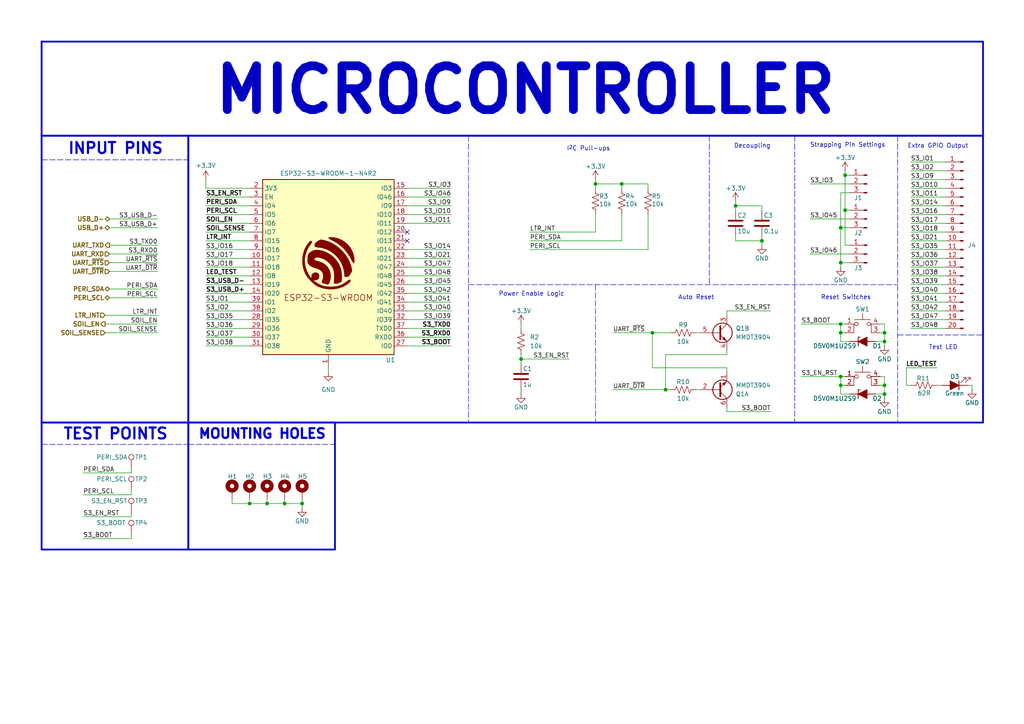
<source format=kicad_sch>
(kicad_sch (version 20231120) (generator "eeschema") (generator_version "8.0")
  (paper "A4")
  (lib_symbols
    (symbol "AA_MCUs:ESP32-S3-WROOM-1-N16R2"
      (property "Reference" "U" (at 18.034 -26.924 0))
      (property "Value" "ESP32-S3-WROOM-1-N16R2" (at 0.508 26.67 0))
      (symbol "ESP32-S3-WROOM-1-N16R2_0_0"
        (pin bidirectional line (at 22.86 15.24 180) (length 3.81) (name "IO10") (number "18"))
        (pin bidirectional line (at 22.86 12.7 180) (length 3.81) (name "IO11") (number "19"))
        (pin bidirectional line (at 22.86 10.16 180) (length 3.81) (name "IO12") (number "20"))
        (pin bidirectional line (at 22.86 7.62 180) (length 3.81) (name "IO13") (number "21"))
        (pin bidirectional line (at 22.86 5.08 180) (length 3.81) (name "IO14") (number "22"))
        (pin bidirectional line (at 22.86 2.54 180) (length 3.81) (name "IO21") (number "23"))
        (pin bidirectional line (at 22.86 0 180) (length 3.81) (name "IO47") (number "24"))
        (pin bidirectional line (at 22.86 -2.54 180) (length 3.81) (name "IO48") (number "25"))
        (pin bidirectional line (at 22.86 -5.08 180) (length 3.81) (name "IO45") (number "26"))
        (pin bidirectional line (at 22.86 -22.86 180) (length 3.81) (name "IO0") (number "27"))
        (pin bidirectional line (at -22.86 -15.24 0) (length 3.81) (name "IO35") (number "28"))
        (pin bidirectional line (at -22.86 -17.78 0) (length 3.81) (name "IO36") (number "29"))
        (pin bidirectional line (at -22.86 -20.32 0) (length 3.81) (name "IO37") (number "30"))
        (pin bidirectional line (at -22.86 -22.86 0) (length 3.81) (name "IO38") (number "31"))
        (pin bidirectional line (at 22.86 -15.24 180) (length 3.81) (name "IO39") (number "32"))
        (pin bidirectional line (at 22.86 -12.7 180) (length 3.81) (name "IO40") (number "33"))
        (pin bidirectional line (at 22.86 -10.16 180) (length 3.81) (name "IO41") (number "34"))
        (pin bidirectional line (at 22.86 -7.62 180) (length 3.81) (name "IO42") (number "35"))
      )
      (symbol "ESP32-S3-WROOM-1-N16R2_1_0"
        (pin power_in line (at 0 -29.21 90) (length 3.81) (name "GND") (number "1"))
        (pin bidirectional line (at -22.86 2.54 0) (length 3.81) (name "IO17") (number "10"))
        (pin bidirectional line (at -22.86 0 0) (length 3.81) (name "IO18") (number "11"))
        (pin bidirectional line (at -22.86 -2.54 0) (length 3.81) (name "IO8") (number "12"))
        (pin bidirectional line (at -22.86 -5.08 0) (length 3.81) (name "IO19") (number "13"))
        (pin bidirectional line (at -22.86 -7.62 0) (length 3.81) (name "IO20") (number "14"))
        (pin bidirectional line (at 22.86 22.86 180) (length 3.81) (name "IO3") (number "15"))
        (pin bidirectional line (at 22.86 20.32 180) (length 3.81) (name "IO46") (number "16"))
        (pin bidirectional line (at 22.86 17.78 180) (length 3.81) (name "IO9") (number "17"))
        (pin power_in line (at -22.86 22.86 0) (length 3.81) (name "3V3") (number "2"))
        (pin input line (at -22.86 20.32 0) (length 3.81) (name "EN") (number "3"))
        (pin bidirectional line (at 22.86 -20.32 180) (length 3.81) (name "RXD0") (number "36"))
        (pin bidirectional line (at 22.86 -17.78 180) (length 3.81) (name "TXD0") (number "37"))
        (pin bidirectional line (at -22.86 -12.7 0) (length 3.81) (name "IO2") (number "38"))
        (pin bidirectional line (at -22.86 -10.16 0) (length 3.81) (name "IO1") (number "39"))
        (pin bidirectional line (at -22.86 17.78 0) (length 3.81) (name "IO4") (number "4"))
        (pin power_in line (at 0 -29.21 90) (length 3.81) hide (name "GND") (number "40"))
        (pin power_in line (at 0 -29.21 90) (length 3.81) hide (name "EPAD") (number "41"))
        (pin power_in line (at 0 -29.21 90) (length 3.81) hide (name "GND") (number "42"))
        (pin power_in line (at 0 -29.21 90) (length 3.81) hide (name "GND") (number "43"))
        (pin power_in line (at 0 -29.21 90) (length 3.81) hide (name "GND") (number "44"))
        (pin power_in line (at 0 -29.21 90) (length 3.81) hide (name "GND") (number "45"))
        (pin power_in line (at 0 -29.21 90) (length 3.81) hide (name "GND") (number "46"))
        (pin power_in line (at 0 -29.21 90) (length 3.81) hide (name "GND") (number "47"))
        (pin power_in line (at 0 -29.21 90) (length 3.81) hide (name "GND") (number "48"))
        (pin power_in line (at 0 -29.21 90) (length 3.81) hide (name "GND") (number "49"))
        (pin bidirectional line (at -22.86 15.24 0) (length 3.81) (name "IO5") (number "5"))
        (pin bidirectional line (at -22.86 12.7 0) (length 3.81) (name "IO6") (number "6"))
        (pin bidirectional line (at -22.86 10.16 0) (length 3.81) (name "IO7") (number "7"))
        (pin bidirectional line (at -22.86 7.62 0) (length 3.81) (name "IO15") (number "8"))
        (pin bidirectional line (at -22.86 5.08 0) (length 3.81) (name "IO16") (number "9"))
      )
      (symbol "ESP32-S3-WROOM-1-N16R2_1_1"
        (text "ESP32-S3-WROOM" (at 0 -8.89 0) (effects (font (size 1.778 1.778))))
      )
    )
    (symbol "Connector:Conn_01x03_Pin" (pin_names (offset 1.016) hide)
      (property "Reference" "J" (at 0 5.08 0))
      (property "Value" "Conn_01x03_Pin" (at 0 -5.08 0))
      (symbol "Conn_01x03_Pin_1_1"
        (pin passive line (at 5.08 2.54 180) (length 3.81) (name "Pin_1") (number "1"))
        (pin passive line (at 5.08 0 180) (length 3.81) (name "Pin_2") (number "2"))
        (pin passive line (at 5.08 -2.54 180) (length 3.81) (name "Pin_3") (number "3"))
      )
    )
    (symbol "Connector:Conn_01x20_Pin" (pin_names (offset 1.016) hide)
      (property "Reference" "J" (at 0 25.4 0))
      (property "Value" "Conn_01x20_Pin" (at 0 -27.94 0))
      (symbol "Conn_01x20_Pin_1_1"
        (pin passive line (at 5.08 22.86 180) (length 3.81) (name "Pin_1") (number "1"))
        (pin passive line (at 5.08 0 180) (length 3.81) (name "Pin_10") (number "10"))
        (pin passive line (at 5.08 -2.54 180) (length 3.81) (name "Pin_11") (number "11"))
        (pin passive line (at 5.08 -5.08 180) (length 3.81) (name "Pin_12") (number "12"))
        (pin passive line (at 5.08 -7.62 180) (length 3.81) (name "Pin_13") (number "13"))
        (pin passive line (at 5.08 -10.16 180) (length 3.81) (name "Pin_14") (number "14"))
        (pin passive line (at 5.08 -12.7 180) (length 3.81) (name "Pin_15") (number "15"))
        (pin passive line (at 5.08 -15.24 180) (length 3.81) (name "Pin_16") (number "16"))
        (pin passive line (at 5.08 -17.78 180) (length 3.81) (name "Pin_17") (number "17"))
        (pin passive line (at 5.08 -20.32 180) (length 3.81) (name "Pin_18") (number "18"))
        (pin passive line (at 5.08 -22.86 180) (length 3.81) (name "Pin_19") (number "19"))
        (pin passive line (at 5.08 20.32 180) (length 3.81) (name "Pin_2") (number "2"))
        (pin passive line (at 5.08 -25.4 180) (length 3.81) (name "Pin_20") (number "20"))
        (pin passive line (at 5.08 17.78 180) (length 3.81) (name "Pin_3") (number "3"))
        (pin passive line (at 5.08 15.24 180) (length 3.81) (name "Pin_4") (number "4"))
        (pin passive line (at 5.08 12.7 180) (length 3.81) (name "Pin_5") (number "5"))
        (pin passive line (at 5.08 10.16 180) (length 3.81) (name "Pin_6") (number "6"))
        (pin passive line (at 5.08 7.62 180) (length 3.81) (name "Pin_7") (number "7"))
        (pin passive line (at 5.08 5.08 180) (length 3.81) (name "Pin_8") (number "8"))
        (pin passive line (at 5.08 2.54 180) (length 3.81) (name "Pin_9") (number "9"))
      )
    )
    (symbol "Connector:TestPoint" (pin_numbers hide) (pin_names (offset 0.762) hide)
      (property "Reference" "TP" (at 0 6.858 0))
      (property "Value" "TestPoint" (at 0 5.08 0))
      (symbol "TestPoint_1_1"
        (pin passive line (at 0 0 90) (length 2.54) (name "1") (number "1"))
      )
    )
    (symbol "D_Zener_Filled_1" (pin_numbers hide) (pin_names (offset 1.016) hide)
      (property "Reference" "D1" (at 5.588 -1.27 0))
      (property "Value" "D5V0M1U2S9" (at -1.778 -1.27 0))
      (symbol "D_Zener_Filled_1_1_1"
        (pin bidirectional line (at -3.81 0 0) (length 2.54) (name "K") (number "1"))
        (pin bidirectional line (at 3.81 0 180) (length 2.54) (name "A") (number "2"))
      )
    )
    (symbol "Device:C" (pin_numbers hide) (pin_names (offset 0.254))
      (property "Reference" "C" (at 0.635 2.54 0))
      (property "Value" "C" (at 0.635 -2.54 0))
      (symbol "C_1_1"
        (pin passive line (at 0 3.81 270) (length 2.794) (name "~") (number "1"))
        (pin passive line (at 0 -3.81 90) (length 2.794) (name "~") (number "2"))
      )
    )
    (symbol "Device:LED_Filled" (pin_numbers hide) (pin_names (offset 1.016) hide)
      (property "Reference" "D" (at 0 2.54 0))
      (property "Value" "LED_Filled" (at 0 -2.54 0))
      (symbol "LED_Filled_1_1"
        (pin passive line (at -3.81 0 0) (length 2.54) (name "K") (number "1"))
        (pin passive line (at 3.81 0 180) (length 2.54) (name "A") (number "2"))
      )
    )
    (symbol "Device:R_US" (pin_numbers hide) (pin_names (offset 0))
      (property "Reference" "R" (at 2.54 0 90))
      (property "Value" "R_US" (at -2.54 0 90))
      (symbol "R_US_1_1"
        (pin passive line (at 0 3.81 270) (length 1.27) (name "~") (number "1"))
        (pin passive line (at 0 -3.81 90) (length 1.27) (name "~") (number "2"))
      )
    )
    (symbol "Mechanical:MountingHole_Pad" (pin_numbers hide) (pin_names (offset 1.016) hide) (exclude_from_sim yes) (in_bom no)
      (property "Reference" "H" (at 0 6.35 0))
      (property "Value" "MountingHole_Pad" (at 0 4.445 0))
      (symbol "MountingHole_Pad_1_1"
        (pin input line (at 0 -2.54 90) (length 2.54) (name "1") (number "1"))
      )
    )
    (symbol "Switch:SW_MEC_5E" (pin_names (offset 1.016) hide)
      (property "Reference" "SW" (at 0.635 5.715 0))
      (property "Value" "SW_MEC_5E" (at 0 -3.175 0))
      (symbol "SW_MEC_5E_0_1"
        (pin passive line (at -5.08 2.54 0) (length 2.54) (name "1") (number "1"))
        (pin passive line (at -5.08 0 0) (length 2.54) (name "2") (number "2"))
        (pin passive line (at 5.08 0 180) (length 2.54) (name "K") (number "3"))
        (pin passive line (at 5.08 2.54 180) (length 2.54) (name "A") (number "4"))
      )
    )
    (symbol "Transistor_BJT:MMDT3904" (pin_names (offset 0) hide)
      (property "Reference" "Q" (at 5.08 1.27 0))
      (property "Value" "MMDT3904" (at 5.08 -1.27 0))
      (symbol "MMDT3904_1_1"
        (pin passive line (at 2.54 -5.08 90) (length 2.54) (name "E1") (number "1"))
        (pin input line (at -5.08 0 0) (length 2.54) (name "B1") (number "2"))
        (pin passive line (at 2.54 5.08 270) (length 2.54) (name "C1") (number "6"))
      )
      (symbol "MMDT3904_2_1"
        (pin passive line (at 2.54 5.08 270) (length 2.54) (name "C2") (number "3"))
        (pin passive line (at 2.54 -5.08 90) (length 2.54) (name "E2") (number "4"))
        (pin input line (at -5.08 0 0) (length 2.54) (name "B2") (number "5"))
      )
    )
    (symbol "power:+3.3V" (power) (pin_numbers hide) (pin_names (offset 0) hide)
      (property "Value" "+3.3V" (at 0 3.556 0))
      (symbol "+3.3V_1_1"
        (pin power_in line (at 0 0 90) (length 0) (name "~") (number "1"))
      )
    )
    (symbol "power:GND" (power) (pin_numbers hide) (pin_names (offset 0) hide)
      (property "Value" "GND" (at 0 -3.81 0))
      (symbol "GND_1_1"
        (pin power_in line (at 0 0 270) (length 0) (name "~") (number "1"))
      )
    )
  )
  (junction (at 82.55 146.05))
  (junction (at 77.47 146.05))
  (junction (at 245.11 60.96))
  (junction (at 243.84 96.52))
  (junction (at 189.23 96.52))
  (junction (at 87.63 146.05))
  (junction (at 256.54 111.76))
  (junction (at 243.84 66.04))
  (junction (at 72.39 146.05))
  (junction (at 172.72 53.34))
  (junction (at 243.84 93.98))
  (junction (at 243.84 109.22))
  (junction (at 180.34 53.34))
  (junction (at 213.36 59.69))
  (junction (at 220.98 69.85))
  (junction (at 151.13 104.14))
  (junction (at 256.54 99.06))
  (junction (at 256.54 96.52))
  (junction (at 256.54 114.3))
  (junction (at 245.11 50.8))
  (junction (at 243.84 111.76))
  (junction (at 193.04 113.03))
  (junction (at 243.84 76.2))
  (no_connect (at 118.11 67.31))
  (no_connect (at 118.11 69.85))
  (wire (pts (xy 245.11 49.53) (xy 245.11 50.8)))
  (wire (pts (xy 24.13 143.51) (xy 38.1 143.51)))
  (wire (pts (xy 213.36 59.69) (xy 220.98 59.69)))
  (wire (pts (xy 118.11 72.39) (xy 130.81 72.39)))
  (wire (pts (xy 243.84 76.2) (xy 243.84 77.47)))
  (wire (pts (xy 24.13 137.16) (xy 38.1 137.16)))
  (wire (pts (xy 31.75 66.04) (xy 45.72 66.04)))
  (wire (pts (xy 59.69 67.31) (xy 72.39 67.31)))
  (wire (pts (xy 264.16 82.55) (xy 274.32 82.55)))
  (wire (pts (xy 77.47 146.05) (xy 77.47 144.78)))
  (wire (pts (xy 72.39 146.05) (xy 72.39 144.78)))
  (wire (pts (xy 118.11 64.77) (xy 130.81 64.77)))
  (polyline (pts (xy 230.505 82.55) (xy 230.505 122.555)) (stroke (width 0) (type dash)))
  (wire (pts (xy 210.82 106.68) (xy 210.82 107.95)))
  (wire (pts (xy 177.8 96.52) (xy 189.23 96.52)))
  (wire (pts (xy 95.25 106.68) (xy 95.25 107.95)))
  (wire (pts (xy 264.16 59.69) (xy 274.32 59.69)))
  (wire (pts (xy 264.16 46.99) (xy 274.32 46.99)))
  (wire (pts (xy 256.54 111.76) (xy 256.54 114.3)))
  (wire (pts (xy 254 99.06) (xy 256.54 99.06)))
  (wire (pts (xy 118.11 54.61) (xy 130.81 54.61)))
  (wire (pts (xy 118.11 59.69) (xy 130.81 59.69)))
  (wire (pts (xy 264.16 57.15) (xy 274.32 57.15)))
  (polyline (pts (xy 205.74 39.37) (xy 205.74 82.55)) (stroke (width 0) (type dash)))
  (polyline (pts (xy 12.065 46.355) (xy 54.61 46.355)) (stroke (width 0) (type dash)))
  (wire (pts (xy 243.84 55.88) (xy 246.38 55.88)))
  (wire (pts (xy 118.11 92.71) (xy 130.81 92.71)))
  (wire (pts (xy 45.72 93.98) (xy 30.48 93.98)))
  (wire (pts (xy 172.72 53.34) (xy 180.34 53.34)))
  (wire (pts (xy 243.84 76.2) (xy 243.84 66.04)))
  (wire (pts (xy 193.04 102.87) (xy 193.04 113.03)))
  (wire (pts (xy 246.38 53.34) (xy 234.95 53.34)))
  (wire (pts (xy 262.89 111.76) (xy 264.16 111.76)))
  (wire (pts (xy 246.38 114.3) (xy 243.84 114.3)))
  (wire (pts (xy 256.54 114.3) (xy 254 114.3)))
  (wire (pts (xy 264.16 72.39) (xy 274.32 72.39)))
  (wire (pts (xy 243.84 66.04) (xy 246.38 66.04)))
  (wire (pts (xy 38.1 156.21) (xy 38.1 154.94)))
  (wire (pts (xy 82.55 144.78) (xy 82.55 146.05)))
  (wire (pts (xy 264.16 92.71) (xy 274.32 92.71)))
  (wire (pts (xy 118.11 100.33) (xy 130.81 100.33)))
  (wire (pts (xy 151.13 93.98) (xy 151.13 95.25)))
  (wire (pts (xy 118.11 57.15) (xy 130.81 57.15)))
  (wire (pts (xy 59.69 85.09) (xy 72.39 85.09)))
  (wire (pts (xy 59.69 95.25) (xy 72.39 95.25)))
  (wire (pts (xy 210.82 91.44) (xy 210.82 90.17)))
  (wire (pts (xy 118.11 82.55) (xy 130.81 82.55)))
  (wire (pts (xy 67.31 146.05) (xy 72.39 146.05)))
  (wire (pts (xy 245.11 60.96) (xy 245.11 71.12)))
  (wire (pts (xy 271.78 106.68) (xy 262.89 106.68)))
  (wire (pts (xy 87.63 146.05) (xy 87.63 147.32)))
  (wire (pts (xy 59.69 87.63) (xy 72.39 87.63)))
  (wire (pts (xy 245.11 71.12) (xy 246.38 71.12)))
  (wire (pts (xy 243.84 96.52) (xy 245.11 96.52)))
  (wire (pts (xy 59.69 69.85) (xy 72.39 69.85)))
  (wire (pts (xy 180.34 53.34) (xy 180.34 54.61)))
  (wire (pts (xy 153.67 69.85) (xy 180.34 69.85)))
  (wire (pts (xy 118.11 90.17) (xy 130.81 90.17)))
  (wire (pts (xy 213.36 69.85) (xy 213.36 68.58)))
  (wire (pts (xy 245.11 50.8) (xy 245.11 60.96)))
  (wire (pts (xy 210.82 101.6) (xy 210.82 102.87)))
  (wire (pts (xy 172.72 67.31) (xy 172.72 62.23)))
  (polyline (pts (xy 260.35 97.155) (xy 285.115 97.155)) (stroke (width 0) (type dash)))
  (wire (pts (xy 172.72 52.07) (xy 172.72 53.34)))
  (wire (pts (xy 24.13 149.86) (xy 38.1 149.86)))
  (wire (pts (xy 255.27 96.52) (xy 256.54 96.52)))
  (wire (pts (xy 243.84 111.76) (xy 243.84 109.22)))
  (wire (pts (xy 255.27 111.76) (xy 256.54 111.76)))
  (wire (pts (xy 59.69 82.55) (xy 72.39 82.55)))
  (wire (pts (xy 59.69 92.71) (xy 72.39 92.71)))
  (wire (pts (xy 256.54 100.33) (xy 256.54 99.06)))
  (wire (pts (xy 264.16 69.85) (xy 274.32 69.85)))
  (wire (pts (xy 262.89 106.68) (xy 262.89 111.76)))
  (wire (pts (xy 87.63 144.78) (xy 87.63 146.05)))
  (wire (pts (xy 59.69 59.69) (xy 72.39 59.69)))
  (wire (pts (xy 264.16 62.23) (xy 274.32 62.23)))
  (polyline (pts (xy 172.72 82.55) (xy 172.72 122.555)) (stroke (width 0) (type dash)))
  (wire (pts (xy 59.69 77.47) (xy 72.39 77.47)))
  (wire (pts (xy 38.1 149.86) (xy 38.1 148.59)))
  (wire (pts (xy 264.16 54.61) (xy 274.32 54.61)))
  (wire (pts (xy 245.11 111.76) (xy 243.84 111.76)))
  (wire (pts (xy 264.16 85.09) (xy 274.32 85.09)))
  (wire (pts (xy 256.54 109.22) (xy 255.27 109.22)))
  (wire (pts (xy 177.8 113.03) (xy 193.04 113.03)))
  (wire (pts (xy 210.82 102.87) (xy 193.04 102.87)))
  (wire (pts (xy 256.54 109.22) (xy 256.54 111.76)))
  (wire (pts (xy 45.72 86.36) (xy 31.75 86.36)))
  (wire (pts (xy 59.69 54.61) (xy 72.39 54.61)))
  (wire (pts (xy 59.69 57.15) (xy 72.39 57.15)))
  (wire (pts (xy 264.16 87.63) (xy 274.32 87.63)))
  (wire (pts (xy 59.69 72.39) (xy 72.39 72.39)))
  (wire (pts (xy 256.54 96.52) (xy 256.54 93.98)))
  (wire (pts (xy 45.72 91.44) (xy 30.48 91.44)))
  (wire (pts (xy 118.11 74.93) (xy 130.81 74.93)))
  (wire (pts (xy 281.94 113.03) (xy 281.94 111.76)))
  (wire (pts (xy 264.16 80.01) (xy 274.32 80.01)))
  (wire (pts (xy 213.36 59.69) (xy 213.36 60.96)))
  (wire (pts (xy 210.82 90.17) (xy 223.52 90.17)))
  (wire (pts (xy 264.16 49.53) (xy 274.32 49.53)))
  (wire (pts (xy 201.93 113.03) (xy 203.2 113.03)))
  (wire (pts (xy 151.13 104.14) (xy 151.13 105.41)))
  (wire (pts (xy 220.98 69.85) (xy 213.36 69.85)))
  (wire (pts (xy 59.69 64.77) (xy 72.39 64.77)))
  (wire (pts (xy 59.69 74.93) (xy 72.39 74.93)))
  (wire (pts (xy 24.13 156.21) (xy 38.1 156.21)))
  (wire (pts (xy 45.72 96.52) (xy 30.48 96.52)))
  (wire (pts (xy 193.04 113.03) (xy 194.31 113.03)))
  (polyline (pts (xy 260.35 39.37) (xy 260.35 122.555)) (stroke (width 0) (type dash)))
  (wire (pts (xy 264.16 64.77) (xy 274.32 64.77)))
  (wire (pts (xy 172.72 53.34) (xy 172.72 54.61)))
  (wire (pts (xy 246.38 76.2) (xy 243.84 76.2)))
  (wire (pts (xy 118.11 62.23) (xy 130.81 62.23)))
  (wire (pts (xy 59.69 52.07) (xy 59.69 54.61)))
  (wire (pts (xy 210.82 119.38) (xy 223.52 119.38)))
  (wire (pts (xy 243.84 99.06) (xy 243.84 96.52)))
  (wire (pts (xy 243.84 114.3) (xy 243.84 111.76)))
  (wire (pts (xy 87.63 146.05) (xy 82.55 146.05)))
  (wire (pts (xy 38.1 143.51) (xy 38.1 142.24)))
  (wire (pts (xy 256.54 93.98) (xy 255.27 93.98)))
  (wire (pts (xy 189.23 96.52) (xy 189.23 106.68)))
  (wire (pts (xy 246.38 73.66) (xy 234.95 73.66)))
  (wire (pts (xy 38.1 137.16) (xy 38.1 135.89)))
  (wire (pts (xy 243.84 66.04) (xy 243.84 55.88)))
  (wire (pts (xy 118.11 95.25) (xy 130.81 95.25)))
  (wire (pts (xy 153.67 67.31) (xy 172.72 67.31)))
  (wire (pts (xy 201.93 96.52) (xy 203.2 96.52)))
  (wire (pts (xy 118.11 87.63) (xy 130.81 87.63)))
  (wire (pts (xy 151.13 102.87) (xy 151.13 104.14)))
  (wire (pts (xy 264.16 90.17) (xy 274.32 90.17)))
  (wire (pts (xy 153.67 72.39) (xy 187.96 72.39)))
  (wire (pts (xy 281.94 111.76) (xy 280.67 111.76)))
  (wire (pts (xy 220.98 69.85) (xy 220.98 71.12)))
  (wire (pts (xy 45.72 78.74) (xy 31.75 78.74)))
  (wire (pts (xy 189.23 96.52) (xy 194.31 96.52)))
  (wire (pts (xy 271.78 111.76) (xy 273.05 111.76)))
  (wire (pts (xy 118.11 85.09) (xy 130.81 85.09)))
  (wire (pts (xy 246.38 63.5) (xy 234.95 63.5)))
  (wire (pts (xy 187.96 53.34) (xy 187.96 54.61)))
  (wire (pts (xy 59.69 100.33) (xy 72.39 100.33)))
  (wire (pts (xy 67.31 144.78) (xy 67.31 146.05)))
  (wire (pts (xy 118.11 77.47) (xy 130.81 77.47)))
  (wire (pts (xy 246.38 60.96) (xy 245.11 60.96)))
  (wire (pts (xy 31.75 63.5) (xy 45.72 63.5)))
  (wire (pts (xy 180.34 69.85) (xy 180.34 62.23)))
  (wire (pts (xy 118.11 97.79) (xy 130.81 97.79)))
  (wire (pts (xy 82.55 146.05) (xy 77.47 146.05)))
  (wire (pts (xy 264.16 95.25) (xy 274.32 95.25)))
  (wire (pts (xy 220.98 68.58) (xy 220.98 69.85)))
  (wire (pts (xy 264.16 77.47) (xy 274.32 77.47)))
  (wire (pts (xy 256.54 99.06) (xy 256.54 96.52)))
  (wire (pts (xy 45.72 83.82) (xy 31.75 83.82)))
  (wire (pts (xy 256.54 114.3) (xy 256.54 115.57)))
  (wire (pts (xy 59.69 80.01) (xy 72.39 80.01)))
  (wire (pts (xy 213.36 58.42) (xy 213.36 59.69)))
  (wire (pts (xy 243.84 93.98) (xy 243.84 96.52)))
  (wire (pts (xy 246.38 99.06) (xy 243.84 99.06)))
  (wire (pts (xy 210.82 119.38) (xy 210.82 118.11)))
  (polyline (pts (xy 54.61 128.905) (xy 97.155 128.905)) (stroke (width 0) (type dash)))
  (wire (pts (xy 77.47 146.05) (xy 72.39 146.05)))
  (wire (pts (xy 187.96 62.23) (xy 187.96 72.39)))
  (wire (pts (xy 220.98 59.69) (xy 220.98 60.96)))
  (wire (pts (xy 59.69 97.79) (xy 72.39 97.79)))
  (wire (pts (xy 151.13 114.3) (xy 151.13 113.03)))
  (wire (pts (xy 246.38 50.8) (xy 245.11 50.8)))
  (wire (pts (xy 232.41 109.22) (xy 243.84 109.22)))
  (wire (pts (xy 118.11 80.01) (xy 130.81 80.01)))
  (wire (pts (xy 45.72 71.12) (xy 31.75 71.12)))
  (polyline (pts (xy 230.505 39.37) (xy 230.505 82.55)) (stroke (width 0) (type dash)))
  (wire (pts (xy 45.72 73.66) (xy 31.75 73.66)))
  (wire (pts (xy 264.16 67.31) (xy 274.32 67.31)))
  (wire (pts (xy 59.69 90.17) (xy 72.39 90.17)))
  (wire (pts (xy 243.84 93.98) (xy 245.11 93.98)))
  (polyline (pts (xy 135.89 39.37) (xy 135.89 122.555)) (stroke (width 0) (type dash)))
  (wire (pts (xy 189.23 106.68) (xy 210.82 106.68)))
  (wire (pts (xy 232.41 93.98) (xy 243.84 93.98)))
  (wire (pts (xy 151.13 104.14) (xy 165.1 104.14)))
  (wire (pts (xy 243.84 109.22) (xy 245.11 109.22)))
  (wire (pts (xy 264.16 52.07) (xy 274.32 52.07)))
  (polyline (pts (xy 12.065 128.905) (xy 54.61 128.905)) (stroke (width 0) (type dash)))
  (wire (pts (xy 180.34 53.34) (xy 187.96 53.34)))
  (wire (pts (xy 59.69 62.23) (xy 72.39 62.23)))
  (wire (pts (xy 45.72 76.2) (xy 31.75 76.2)))
  (polyline (pts (xy 135.89 82.55) (xy 260.35 82.55)) (stroke (width 0) (type dash)))
  (wire (pts (xy 264.16 74.93) (xy 274.32 74.93)))
  (rectangle (start 12.065 39.37) (end 54.61 122.555) (stroke (width 0.508)))
  (rectangle (start 54.61 122.555) (end 97.155 159.385) (stroke (width 0.508)))
  (rectangle (start 12.065 12.065) (end 285.115 39.37) (stroke (width 0.508)))
  (rectangle (start 12.065 122.555) (end 54.61 159.385) (stroke (width 0.508)))
  (rectangle (start 54.61 39.37) (end 285.115 122.555) (stroke (width 0.508)))
  (text "INPUT PINS" (at 33.528 43.18 0) (effects (font (size 3.175 3.175) (thickness 0.635) (bold yes))))
  (text "MOUNTING HOLES" (at 76.073 125.984 0) (effects (font (size 2.794 2.794) (thickness 0.635) (bold yes))))
  (text "MICROCONTROLLER" (at 152.4 26.289 0) (effects (font (size 12.7 12.7) (thickness 2.54) (bold yes))))
  (text "TEST POINTS" (at 33.528 125.984 0) (effects (font (size 3.175 3.175) (thickness 0.635) (bold yes))))
  (text "Test LED" (at 273.558 100.838 0) (effects (font (size 1.27 1.27))))
  (text "Decoupling" (at 218.186 42.418 0) (effects (font (size 1.27 1.27))))
  (text "Auto Reset" (at 201.93 86.36 0) (effects (font (size 1.27 1.27))))
  (text "Extra GPIO Output" (at 272.034 42.418 0) (effects (font (size 1.27 1.27))))
  (text "I^{2}C Pull-ups" (at 170.688 43.18 0) (effects (font (size 1.27 1.27))))
  (text "Strapping Pin Settings" (at 245.872 42.164 0) (effects (font (size 1.27 1.27))))
  (text "Reset Switches" (at 245.364 86.36 0) (effects (font (size 1.27 1.27))))
  (text "Power Enable Logic" (at 154.178 85.344 0) (effects (font (size 1.27 1.27))))
  (label "SOIL_SENSE" (at 45.72 96.52 180))
  (label "S3_IO40" (at 130.81 90.17 180))
  (label "S3_IO10" (at 264.16 54.61 0))
  (label "S3_IO18" (at 59.69 77.47 0))
  (label "S3_IO35" (at 59.69 92.71 0))
  (label "S3_EN_RST" (at 223.52 90.17 180))
  (label "SOIL_EN" (at 59.69 64.77 0) (effects (font (bold yes))))
  (label "PERI_SCL" (at 24.13 143.51 0))
  (label "PERI_SCL" (at 153.67 72.39 0))
  (label "S3_IO48" (at 130.81 80.01 180))
  (label "S3_TXD0" (at 45.72 71.12 180))
  (label "S3_BOOT" (at 130.81 100.33 180) (effects (font (bold yes))))
  (label "S3_EN_RST" (at 24.13 149.86 0))
  (label "S3_IO21" (at 130.81 74.93 180))
  (label "S3_IO9" (at 264.16 52.07 0))
  (label "S3_RXD0" (at 130.81 97.79 180) (effects (font (bold yes))))
  (label "S3_BOOT" (at 24.13 156.21 0))
  (label "S3_BOOT" (at 232.41 93.98 0))
  (label "S3_EN_RST" (at 232.41 109.22 0))
  (label "S3_IO18" (at 264.16 67.31 0))
  (label "LTR_INT" (at 153.67 67.31 0) (effects (font (thickness 0.1588))))
  (label "S3_USB_D-" (at 59.69 82.55 0) (effects (font (bold yes))))
  (label "S3_IO38" (at 59.69 100.33 0))
  (label "S3_TXD0" (at 130.81 95.25 180) (effects (font (bold yes))))
  (label "S3_IO45" (at 130.81 82.55 180) (effects (font (italic yes))))
  (label "S3_IO46" (at 130.81 57.15 180) (effects (font (italic yes))))
  (label "S3_IO37" (at 59.69 97.79 0))
  (label "S3_IO3" (at 130.81 54.61 180) (effects (font (italic yes))))
  (label "S3_IO46" (at 234.95 73.66 0))
  (label "PERI_SDA" (at 59.69 59.69 0) (effects (font (bold yes))))
  (label "UART_~{RTS}" (at 45.72 76.2 180))
  (label "S3_IO42" (at 264.16 90.17 0))
  (label "S3_IO14" (at 130.81 72.39 180))
  (label "PERI_SDA" (at 24.13 137.16 0))
  (label "S3_EN_RST" (at 59.69 57.15 0) (effects (font (bold yes))))
  (label "UART_~{DTR}" (at 45.72 78.74 180))
  (label "S3_IO36" (at 59.69 95.25 0))
  (label "S3_IO17" (at 264.16 64.77 0))
  (label "S3_IO45" (at 234.95 63.5 0))
  (label "S3_IO11" (at 264.16 57.15 0))
  (label "LTR_INT" (at 45.72 91.44 180))
  (label "S3_IO11" (at 130.81 64.77 180))
  (label "S3_IO39" (at 130.81 92.71 180))
  (label "S3_IO3" (at 234.95 53.34 0))
  (label "UART_~{RTS}" (at 177.8 96.52 0))
  (label "S3_IO21" (at 264.16 69.85 0))
  (label "S3_IO39" (at 264.16 82.55 0))
  (label "S3_IO41" (at 130.81 87.63 180))
  (label "S3_RXD0" (at 45.72 73.66 180))
  (label "PERI_SDA" (at 153.67 69.85 0))
  (label "S3_IO36" (at 264.16 74.93 0))
  (label "S3_IO10" (at 130.81 62.23 180))
  (label "S3_IO41" (at 264.16 87.63 0))
  (label "S3_EN_RST" (at 165.1 104.14 180))
  (label "SOIL_EN" (at 45.72 93.98 180))
  (label "SOIL_SENSE" (at 59.69 67.31 0) (effects (font (bold yes))))
  (label "UART_~{DTR}" (at 177.8 113.03 0))
  (label "S3_IO2" (at 264.16 49.53 0))
  (label "S3_IO1" (at 59.69 87.63 0))
  (label "S3_IO48" (at 264.16 95.25 0))
  (label "S3_IO1" (at 264.16 46.99 0))
  (label "PERI_SDA" (at 45.72 83.82 180))
  (label "PERI_SCL" (at 45.72 86.36 180))
  (label "S3_IO2" (at 59.69 90.17 0))
  (label "S3_USB_D+" (at 45.72 66.04 180))
  (label "S3_IO9" (at 130.81 59.69 180))
  (label "S3_IO42" (at 130.81 85.09 180))
  (label "S3_IO35" (at 264.16 72.39 0))
  (label "S3_BOOT" (at 223.52 119.38 180))
  (label "S3_USB_D+" (at 59.69 85.09 0) (effects (font (bold yes))))
  (label "LED_TEST" (at 271.78 106.68 180) (effects (font (bold yes))))
  (label "S3_IO47" (at 130.81 77.47 180))
  (label "S3_IO14" (at 264.16 59.69 0))
  (label "S3_IO16" (at 59.69 72.39 0))
  (label "S3_IO17" (at 59.69 74.93 0))
  (label "S3_IO37" (at 264.16 77.47 0))
  (label "S3_IO38" (at 264.16 80.01 0))
  (label "LTR_INT" (at 59.69 69.85 0) (effects (font (bold yes))))
  (label "PERI_SCL" (at 59.69 62.23 0) (effects (font (bold yes))))
  (label "LED_TEST" (at 59.69 80.01 0) (effects (font (bold yes))))
  (label "S3_USB_D-" (at 45.72 63.5 180))
  (label "S3_IO40" (at 264.16 85.09 0))
  (label "S3_IO16" (at 264.16 62.23 0))
  (label "S3_IO47" (at 264.16 92.71 0))
  (hierarchical_label "UART_~{DTR}" (shape input) (at 31.75 78.74 180) (effects (font (thickness 0.254) (bold yes))))
  (hierarchical_label "UART_~{RTS}" (shape input) (at 31.75 76.2 180) (effects (font (thickness 0.254) (bold yes))))
  (hierarchical_label "SOIL_SENSE" (shape input) (at 30.48 96.52 180) (effects (font (bold yes))))
  (hierarchical_label "USB_D+" (shape bidirectional) (at 31.75 66.04 180) (effects (font (bold yes))))
  (hierarchical_label "UART_RXD" (shape input) (at 31.75 73.66 180) (effects (font (thickness 0.254) (bold yes))))
  (hierarchical_label "LTR_INT" (shape input) (at 30.48 91.44 180) (effects (font (bold yes))))
  (hierarchical_label "PERI_SCL" (shape bidirectional) (at 31.75 86.36 180) (effects (font (bold yes))))
  (hierarchical_label "SOIL_EN" (shape output) (at 30.48 93.98 180) (effects (font (bold yes))))
  (hierarchical_label "UART_TXD" (shape output) (at 31.75 71.12 180) (effects (font (thickness 0.254) (bold yes))))
  (hierarchical_label "PERI_SDA" (shape bidirectional) (at 31.75 83.82 180) (effects (font (bold yes))))
  (hierarchical_label "USB_D-" (shape bidirectional) (at 31.75 63.5 180) (effects (font (bold yes))))
  (symbol (lib_id "Device:R_US") (at 198.12 96.52 90) (unit 1)
    (property "Reference" "R9" (at 198.12 94.234 90))
    (property "Value" "10k" (at 198.12 99.06 90))
    (property "Footprint" "Resistor_SMD:R_0805_2012Metric" (effects (hide yes)))
    (property "Description" "Resistor, US symbol" (effects (hide yes)))
  )
  (symbol (lib_id "power:GND") (at 281.94 113.03 0) (unit 1)
    (property "Reference" "#PWR013" (effects (hide yes)))
    (property "Value" "GND" (at 281.94 116.84 0))
    (property "Description" "Power symbol creates a global label with name \"GND\" , ground" (effects (hide yes)))
  )
  (symbol (lib_id "AA_MCUs:ESP32-S3-WROOM-1-N16R2") (at 95.25 77.47 0) (unit 1)
    (property "Reference" "U1" (at 113.284 104.394 0))
    (property "Value" "ESP32-S3-WROOM-1-N4R2" (at 95.25 50.292 0))
    (property "Footprint" "AA_MCUs:ESP32S3WROOM1N16R2" (effects (hide yes)))
    (property "Datasheet" "https://www.espressif.com/sites/default/files/documentation/esp32-s3-wroom-1_wroom-1u_datasheet_en.pdf" (effects (hide yes)))
    (property "Description" "Bluetooth, WiFi 802.11b/g/n, Bluetooth v5.0 Transceiver Module 2.4GHz PCB Trace Surface Mount" (effects (hide yes)))
  )
  (symbol (lib_id "Mechanical:MountingHole_Pad") (at 67.31 142.24 0) (unit 1) (exclude_from_sim yes) (in_bom no)
    (property "Reference" "H1" (at 66.04 138.176 0) (effects (justify left)))
    (property "Value" "MountingHole_Pad" (effects (hide yes)))
    (property "Footprint" "MountingHole:MountingHole_2.5mm_Pad" (effects (hide yes)))
    (property "Description" "Mounting Hole with connection" (effects (hide yes)))
  )
  (symbol (lib_id "power:GND") (at 220.98 71.12 0) (unit 1)
    (property "Reference" "#PWR08" (effects (hide yes)))
    (property "Value" "GND" (at 220.98 74.93 0))
    (property "Description" "Power symbol creates a global label with name \"GND\" , ground" (effects (hide yes)))
  )
  (symbol (lib_name "D_Zener_Filled_1") (lib_id "Device:D_Zener_Filled") (at 250.19 114.3 0) (unit 1)
    (property "Reference" "D2" (at 255.778 115.57 0) (effects (justify right)))
    (property "Value" "D5V0M1U2S9" (at 248.412 115.57 0) (effects (justify right)))
    (property "Footprint" "AA_Diodes:D5V0M1U2S9Q" (effects (hide yes)))
    (property "Description" "Zener diode, filled shape" (effects (hide yes)))
  )
  (symbol (lib_id "power:GND") (at 87.63 147.32 0) (unit 1)
    (property "Reference" "#PWR02" (effects (hide yes)))
    (property "Value" "GND" (at 87.63 151.13 0))
    (property "Description" "Power symbol creates a global label with name \"GND\" , ground" (effects (hide yes)))
  )
  (symbol (lib_id "power:GND") (at 256.54 100.33 0) (unit 1)
    (property "Reference" "#PWR011" (effects (hide yes)))
    (property "Value" "GND" (at 256.54 104.14 0))
    (property "Description" "Power symbol creates a global label with name \"GND\" , ground" (effects (hide yes)))
  )
  (symbol (lib_id "Connector:TestPoint") (at 38.1 148.59 0) (unit 1)
    (property "Reference" "TP3" (at 39.116 145.288 0) (effects (justify left)))
    (property "Value" "S3_EN_RST" (at 26.416 145.288 0) (effects (justify left)))
    (property "Footprint" "AA_TestPoints:RCWCTE" (effects (hide yes)))
    (property "Description" "test point" (effects (hide yes)))
  )
  (symbol (lib_id "Device:C") (at 220.98 64.77 0) (unit 1)
    (property "Reference" "C3" (at 221.488 62.484 0) (effects (justify left)))
    (property "Value" "0.1u" (at 221.488 67.056 0) (effects (justify left)))
    (property "Footprint" "Capacitor_SMD:C_0805_2012Metric" (effects (hide yes)))
    (property "Description" "Unpolarized capacitor" (effects (hide yes)))
  )
  (symbol (lib_id "Device:C") (at 213.36 64.77 0) (unit 1)
    (property "Reference" "C2" (at 213.868 62.484 0) (effects (justify left)))
    (property "Value" "10u" (at 213.868 67.056 0) (effects (justify left)))
    (property "Footprint" "Capacitor_SMD:C_0805_2012Metric" (effects (hide yes)))
    (property "Description" "Unpolarized capacitor" (effects (hide yes)))
  )
  (symbol (lib_id "Mechanical:MountingHole_Pad") (at 82.55 142.24 0) (unit 1) (exclude_from_sim yes) (in_bom no)
    (property "Reference" "H4" (at 81.28 138.176 0) (effects (justify left)))
    (property "Value" "MountingHole_Pad" (effects (hide yes)))
    (property "Footprint" "MountingHole:MountingHole_2.5mm_Pad" (effects (hide yes)))
    (property "Description" "Mounting Hole with connection" (effects (hide yes)))
  )
  (symbol (lib_id "Switch:SW_MEC_5E") (at 250.19 96.52 0) (unit 1)
    (property "Reference" "SW1" (at 250.19 89.662 0))
    (property "Value" "SW_MEC_5E" (effects (hide yes)))
    (property "Footprint" "AA_Switches:18259106" (effects (hide yes)))
    (property "Datasheet" "http://www.apem.com/int/index.php?controller=attachment&id_attachment=1371" (effects (hide yes)))
    (property "Description" "MEC 5E single pole normally-open tactile switch" (effects (hide yes)))
  )
  (symbol (lib_id "Mechanical:MountingHole_Pad") (at 72.39 142.24 0) (unit 1) (exclude_from_sim yes) (in_bom no)
    (property "Reference" "H2" (at 71.12 138.176 0) (effects (justify left)))
    (property "Value" "MountingHole_Pad" (effects (hide yes)))
    (property "Footprint" "MountingHole:MountingHole_2.5mm_Pad" (effects (hide yes)))
    (property "Description" "Mounting Hole with connection" (effects (hide yes)))
  )
  (symbol (lib_id "Device:C") (at 151.13 109.22 0) (unit 1)
    (property "Reference" "C1" (at 151.638 106.934 0) (effects (justify left)))
    (property "Value" "1u" (at 151.638 111.506 0) (effects (justify left)))
    (property "Footprint" "Capacitor_SMD:C_0805_2012Metric" (effects (hide yes)))
    (property "Description" "Unpolarized capacitor" (effects (hide yes)))
  )
  (symbol (lib_id "Connector:Conn_01x20_Pin") (at 279.4 69.85 0) (mirror y) (unit 1)
    (property "Reference" "J4" (at 280.67 71.1199 0) (effects (justify right)))
    (property "Value" "Conn_01x20_Pin" (effects (hide yes)))
    (property "Footprint" "AA_Connectors:CONN_PH2-20-UA_ADM" (effects (hide yes)))
    (property "Description" "Generic connector, single row, 01x20, script generated" (effects (hide yes)))
  )
  (symbol (lib_id "Transistor_BJT:MMDT3904") (at 208.28 113.03 0) (mirror x) (unit 1)
    (property "Reference" "Q1" (at 213.36 114.3001 0) (effects (justify left)))
    (property "Value" "MMDT3904" (at 213.36 111.7601 0) (effects (justify left)))
    (property "Footprint" "Package_TO_SOT_SMD:SOT-363_SC-70-6" (effects (hide yes)))
    (property "Datasheet" "http://www.diodes.com/_files/datasheets/ds30088.pdf" (effects (hide yes)))
    (property "Description" "200mA IC, 40V Vce, Dual NPN/NPN Transistors, SOT-363" (effects (hide yes)))
  )
  (symbol (lib_id "Mechanical:MountingHole_Pad") (at 77.47 142.24 0) (unit 1) (exclude_from_sim yes) (in_bom no)
    (property "Reference" "H3" (at 76.2 138.176 0) (effects (justify left)))
    (property "Value" "MountingHole_Pad" (effects (hide yes)))
    (property "Footprint" "MountingHole:MountingHole_2.5mm_Pad" (effects (hide yes)))
    (property "Description" "Mounting Hole with connection" (effects (hide yes)))
  )
  (symbol (lib_id "Connector:Conn_01x03_Pin") (at 251.46 73.66 0) (mirror y) (unit 1)
    (property "Reference" "J3" (at 248.92 77.724 0))
    (property "Value" "3_Pin_Conn" (effects (hide yes)))
    (property "Footprint" "AA_Connectors:61300311121" (effects (hide yes)))
    (property "Description" "Generic connector, single row, 01x03, script generated" (effects (hide yes)))
  )
  (symbol (lib_id "Device:LED_Filled") (at 276.86 111.76 180) (unit 1)
    (property "Reference" "D3" (at 275.59 109.22 0) (effects (justify right)))
    (property "Value" "Green" (at 274.066 114.046 0) (effects (justify right)))
    (property "Footprint" "LED_SMD:LED_0805_2012Metric" (effects (hide yes)))
    (property "Description" "Light emitting diode, filled shape" (effects (hide yes)))
  )
  (symbol (lib_id "power:+3.3V") (at 213.36 58.42 0) (unit 1)
    (property "Reference" "#PWR07" (effects (hide yes)))
    (property "Value" "+3.3V" (at 213.36 54.61 0))
    (property "Description" "Power symbol creates a global label with name \"+3.3V\"" (effects (hide yes)))
  )
  (symbol (lib_id "Connector:TestPoint") (at 38.1 142.24 0) (unit 1)
    (property "Reference" "TP2" (at 39.116 138.938 0) (effects (justify left)))
    (property "Value" "PERI_SCL" (at 27.94 138.938 0) (effects (justify left)))
    (property "Footprint" "AA_TestPoints:RCWCTE" (effects (hide yes)))
    (property "Description" "test point" (effects (hide yes)))
  )
  (symbol (lib_id "Connector:Conn_01x03_Pin") (at 251.46 63.5 0) (mirror y) (unit 1)
    (property "Reference" "J2" (at 248.92 67.564 0))
    (property "Value" "3_Pin_Conn" (effects (hide yes)))
    (property "Footprint" "AA_Connectors:61300311121" (effects (hide yes)))
    (property "Description" "Generic connector, single row, 01x03, script generated" (effects (hide yes)))
  )
  (symbol (lib_id "Mechanical:MountingHole_Pad") (at 87.63 142.24 0) (unit 1) (exclude_from_sim yes) (in_bom no)
    (property "Reference" "H5" (at 86.36 138.176 0) (effects (justify left)))
    (property "Value" "MountingHole_Pad" (effects (hide yes)))
    (property "Footprint" "MountingHole:MountingHole_2.5mm_Pad" (effects (hide yes)))
    (property "Description" "Mounting Hole with connection" (effects (hide yes)))
  )
  (symbol (lib_id "Transistor_BJT:MMDT3904") (at 208.28 96.52 0) (unit 2)
    (property "Reference" "Q1" (at 213.36 95.2499 0) (effects (justify left)))
    (property "Value" "MMDT3904" (at 213.36 97.7899 0) (effects (justify left)))
    (property "Footprint" "Package_TO_SOT_SMD:SOT-363_SC-70-6" (effects (hide yes)))
    (property "Datasheet" "http://www.diodes.com/_files/datasheets/ds30088.pdf" (effects (hide yes)))
    (property "Description" "200mA IC, 40V Vce, Dual NPN/NPN Transistors, SOT-363" (effects (hide yes)))
  )
  (symbol (lib_id "Device:R_US") (at 151.13 99.06 180) (unit 1)
    (property "Reference" "R2" (at 153.67 97.7899 0) (effects (justify right)))
    (property "Value" "10k" (at 153.67 100.3299 0) (effects (justify right)))
    (property "Footprint" "Resistor_SMD:R_0805_2012Metric" (effects (hide yes)))
    (property "Description" "Resistor, US symbol" (effects (hide yes)))
  )
  (symbol (lib_id "Device:R_US") (at 180.34 58.42 180) (unit 1)
    (property "Reference" "R4" (at 181.356 56.896 0) (effects (justify right)))
    (property "Value" "10k" (at 181.356 59.182 0) (effects (justify right)))
    (property "Footprint" "Resistor_SMD:R_0805_2012Metric" (effects (hide yes)))
    (property "Description" "Resistor, US symbol" (effects (hide yes)))
  )
  (symbol (lib_id "power:GND") (at 151.13 114.3 0) (unit 1)
    (property "Reference" "#PWR06" (effects (hide yes)))
    (property "Value" "GND" (at 151.13 118.11 0))
    (property "Description" "Power symbol creates a global label with name \"GND\" , ground" (effects (hide yes)))
  )
  (symbol (lib_id "power:+3.3V") (at 245.11 49.53 0) (mirror y) (unit 1)
    (property "Reference" "#PWR010" (effects (hide yes)))
    (property "Value" "+3.3V" (at 245.11 45.72 0))
    (property "Description" "Power symbol creates a global label with name \"+3.3V\"" (effects (hide yes)))
  )
  (symbol (lib_id "Device:R_US") (at 198.12 113.03 90) (unit 1)
    (property "Reference" "R10" (at 198.12 110.744 90))
    (property "Value" "10k" (at 198.12 115.57 90))
    (property "Footprint" "Resistor_SMD:R_0805_2012Metric" (effects (hide yes)))
    (property "Description" "Resistor, US symbol" (effects (hide yes)))
  )
  (symbol (lib_id "power:+3.3V") (at 151.13 93.98 0) (unit 1)
    (property "Reference" "#PWR05" (effects (hide yes)))
    (property "Value" "+3.3V" (at 151.13 90.17 0))
    (property "Description" "Power symbol creates a global label with name \"+3.3V\"" (effects (hide yes)))
  )
  (symbol (lib_id "power:GND") (at 243.84 77.47 0) (mirror y) (unit 1)
    (property "Reference" "#PWR09" (effects (hide yes)))
    (property "Value" "GND" (at 243.84 81.28 0))
    (property "Description" "Power symbol creates a global label with name \"GND\" , ground" (effects (hide yes)))
  )
  (symbol (lib_id "Device:R_US") (at 187.96 58.42 180) (unit 1)
    (property "Reference" "R5" (at 188.976 56.896 0) (effects (justify right)))
    (property "Value" "10k" (at 188.976 59.182 0) (effects (justify right)))
    (property "Footprint" "Resistor_SMD:R_0805_2012Metric" (effects (hide yes)))
    (property "Description" "Resistor, US symbol" (effects (hide yes)))
  )
  (symbol (lib_id "power:+3.3V") (at 59.69 52.07 0) (unit 1)
    (property "Reference" "#PWR01" (effects (hide yes)))
    (property "Value" "+3.3V" (at 59.69 48.006 0))
    (property "Description" "Power symbol creates a global label with name \"+3.3V\"" (effects (hide yes)))
  )
  (symbol (lib_id "power:+3.3V") (at 172.72 52.07 0) (unit 1)
    (property "Reference" "#PWR04" (effects (hide yes)))
    (property "Value" "+3.3V" (at 172.72 48.26 0))
    (property "Description" "Power symbol creates a global label with name \"+3.3V\"" (effects (hide yes)))
  )
  (symbol (lib_id "Switch:SW_MEC_5E") (at 250.19 111.76 0) (unit 1)
    (property "Reference" "SW2" (at 250.19 104.902 0))
    (property "Value" "SW_MEC_5E" (effects (hide yes)))
    (property "Footprint" "AA_Switches:18259106" (effects (hide yes)))
    (property "Datasheet" "http://www.apem.com/int/index.php?controller=attachment&id_attachment=1371" (effects (hide yes)))
    (property "Description" "MEC 5E single pole normally-open tactile switch" (effects (hide yes)))
  )
  (symbol (lib_id "Connector:TestPoint") (at 38.1 154.94 0) (unit 1)
    (property "Reference" "TP4" (at 39.116 151.638 0) (effects (justify left)))
    (property "Value" "S3_BOOT" (at 27.94 151.638 0) (effects (justify left)))
    (property "Footprint" "AA_TestPoints:RCWCTE" (effects (hide yes)))
    (property "Description" "test point" (effects (hide yes)))
  )
  (symbol (lib_id "Device:R_US") (at 267.97 111.76 90) (unit 1)
    (property "Reference" "R11" (at 269.748 109.728 90) (effects (justify left)))
    (property "Value" "62R" (at 270.002 114.046 90) (effects (justify left)))
    (property "Footprint" "Resistor_SMD:R_0805_2012Metric" (effects (hide yes)))
    (property "Description" "Resistor, US symbol" (effects (hide yes)))
  )
  (symbol (lib_id "Connector:TestPoint") (at 38.1 135.89 0) (unit 1)
    (property "Reference" "TP1" (at 39.116 132.588 0) (effects (justify left)))
    (property "Value" "PERI_SDA" (at 27.94 132.588 0) (effects (justify left)))
    (property "Footprint" "AA_TestPoints:RCWCTE" (effects (hide yes)))
    (property "Description" "test point" (effects (hide yes)))
  )
  (symbol (lib_name "D_Zener_Filled_1") (lib_id "Device:D_Zener_Filled") (at 250.19 99.06 0) (unit 1)
    (property "Reference" "D1" (at 255.778 100.33 0) (effects (justify right)))
    (property "Value" "D5V0M1U2S9" (at 248.412 100.33 0) (effects (justify right)))
    (property "Footprint" "AA_Diodes:D5V0M1U2S9Q" (effects (hide yes)))
    (property "Description" "Zener diode, filled shape" (effects (hide yes)))
  )
  (symbol (lib_id "Device:R_US") (at 172.72 58.42 180) (unit 1)
    (property "Reference" "R3" (at 173.736 56.896 0) (effects (justify right)))
    (property "Value" "10k" (at 173.736 59.182 0) (effects (justify right)))
    (property "Footprint" "Resistor_SMD:R_0805_2012Metric" (effects (hide yes)))
    (property "Description" "Resistor, US symbol" (effects (hide yes)))
  )
  (symbol (lib_id "power:GND") (at 256.54 115.57 0) (unit 1)
    (property "Reference" "#PWR012" (effects (hide yes)))
    (property "Value" "GND" (at 256.54 119.38 0))
    (property "Description" "Power symbol creates a global label with name \"GND\" , ground" (effects (hide yes)))
  )
  (symbol (lib_id "Connector:Conn_01x03_Pin") (at 251.46 53.34 0) (mirror y) (unit 1)
    (property "Reference" "J1" (at 248.92 57.404 0))
    (property "Value" "3_Pin_Conn" (effects (hide yes)))
    (property "Footprint" "AA_Connectors:61300311121" (effects (hide yes)))
    (property "Description" "Generic connector, single row, 01x03, script generated" (effects (hide yes)))
  )
  (symbol (lib_id "power:GND") (at 95.25 107.95 0) (unit 1)
    (property "Reference" "#PWR03" (effects (hide yes)))
    (property "Value" "GND" (at 95.25 113.03 0))
    (property "Description" "Power symbol creates a global label with name \"GND\" , ground" (effects (hide yes)))
  )
)
</source>
